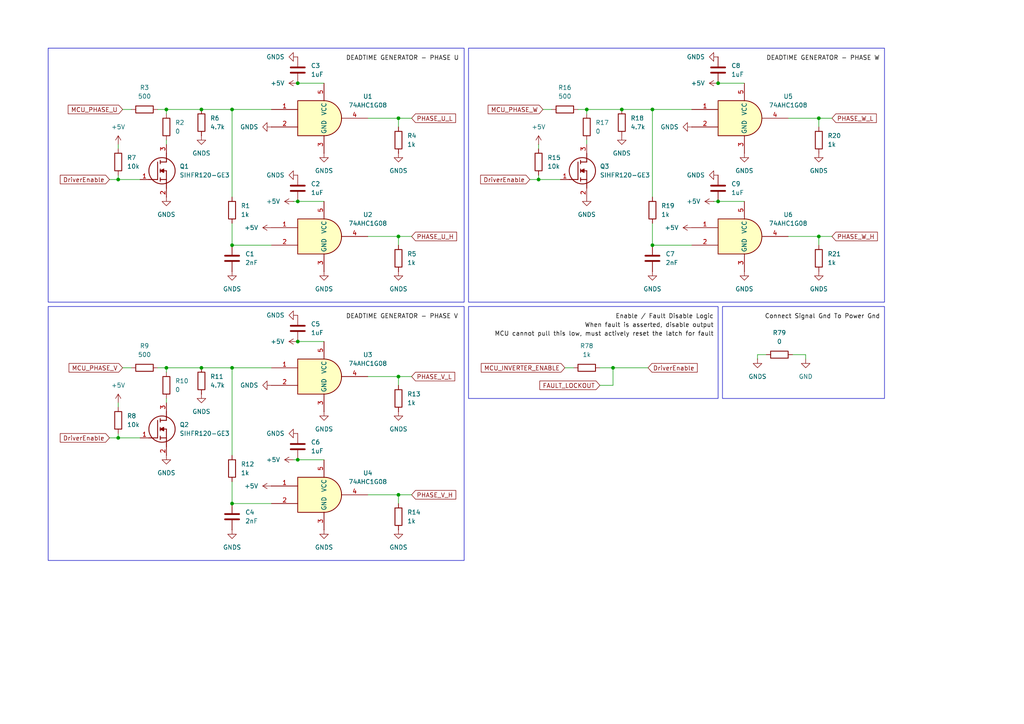
<source format=kicad_sch>
(kicad_sch (version 20231120) (generator "eeschema") (generator_version "8.0")
  (paper "A4")
  (title_block (title "1200V, 600A Traction Inverter") (date "2025-02-06") (rev "1") (company "University of California, Santa Cruz"))
  (lib_symbols
    (symbol "74xGxx:74AHC1G08"
      (property "Reference" "U" (at -2.54 3.81 0))
      (property "Value" "74AHC1G08" (at 0 -3.81 0))
      (symbol "74AHC1G08_0_1"
        (arc (start 0 -5.08) (mid 5.0579 0) (end 0 5.08) (stroke (width 0.254)) (fill (type background)))
        (polyline (pts (xy 0 -5.08) (xy -7.62 -5.08) (xy -7.62 5.08) (xy 0 5.08)) (stroke (width 0.254)) (fill (type background)))
      )
      (symbol "74AHC1G08_1_1"
        (pin input line (at -15.24 2.54 0) (length 7.62) (name "~") (number "1"))
        (pin input line (at -15.24 -2.54 0) (length 7.62) (name "~") (number "2"))
        (pin power_in line (at 0 -10.16 90) (length 5.08) (name "GND") (number "3"))
        (pin output line (at 12.7 0 180) (length 7.62) (name "~") (number "4"))
        (pin power_in line (at 0 10.16 270) (length 5.08) (name "VCC") (number "5"))
      )
    )
    (symbol "Device:C" (pin_numbers hide) (pin_names (offset 0.254))
      (property "Reference" "C" (at 0.635 2.54 0))
      (property "Value" "C" (at 0.635 -2.54 0))
      (symbol "C_0_1"
        (polyline (pts (xy -2.032 -0.762) (xy 2.032 -0.762)) (stroke (width 0.508)))
        (polyline (pts (xy -2.032 0.762) (xy 2.032 0.762)) (stroke (width 0.508)))
      )
      (symbol "C_1_1"
        (pin passive line (at 0 3.81 270) (length 2.794) (name "~") (number "1"))
        (pin passive line (at 0 -3.81 90) (length 2.794) (name "~") (number "2"))
      )
    )
    (symbol "Device:R" (pin_numbers hide) (pin_names (offset 0))
      (property "Reference" "R" (at 2.032 0 90))
      (property "Value" "R" (at 0 0 90))
      (symbol "R_0_1"
        (rectangle (start -1.016 -2.54) (end 1.016 2.54) (stroke (width 0.254)))
      )
      (symbol "R_1_1"
        (pin passive line (at 0 3.81 270) (length 1.27) (name "~") (number "1"))
        (pin passive line (at 0 -3.81 90) (length 1.27) (name "~") (number "2"))
      )
    )
    (symbol "InverterCom:SIHFR120-GE3" (pin_names hide)
      (property "Reference" "Q" (at 11.43 3.81 0))
      (property "Value" "SIHFR120-GE3" (at 11.43 1.27 0))
      (symbol "SIHFR120-GE3_1_1"
        (polyline (pts (xy 2.54 0) (xy 5.08 0)) (stroke (width 0.254)))
        (polyline (pts (xy 5.08 5.08) (xy 5.08 0)) (stroke (width 0.254)))
        (polyline (pts (xy 5.842 -0.508) (xy 5.842 0.508)) (stroke (width 0.254)))
        (polyline (pts (xy 5.842 0) (xy 7.62 0)) (stroke (width 0.254)))
        (polyline (pts (xy 5.842 2.032) (xy 5.842 3.048)) (stroke (width 0.254)))
        (polyline (pts (xy 5.842 5.588) (xy 5.842 4.572)) (stroke (width 0.254)))
        (polyline (pts (xy 7.62 2.54) (xy 5.842 2.54)) (stroke (width 0.254)))
        (polyline (pts (xy 7.62 2.54) (xy 7.62 -2.54)) (stroke (width 0.254)))
        (polyline (pts (xy 7.62 5.08) (xy 5.842 5.08)) (stroke (width 0.254)))
        (polyline (pts (xy 7.62 5.08) (xy 7.62 7.62)) (stroke (width 0.254)))
        (polyline (pts (xy 5.842 2.54) (xy 6.858 3.048) (xy 6.858 2.032) (xy 5.842 2.54)) (stroke (width 0.254)) (fill (type outline)))
        (circle (center 6.35 2.54) (radius 3.81) (stroke (width 0.254)))
        (pin passive line (at 0 0 0) (length 2.54) (name "G") (number "1"))
        (pin passive line (at 7.62 -5.08 90) (length 2.54) (name "S") (number "2"))
        (pin passive line (at 7.62 10.16 270) (length 2.54) (name "D") (number "3"))
      )
    )
    (symbol "power:+5V" (power) (pin_numbers hide) (pin_names (offset 0) hide)
      (property "Value" "+5V" (at 0 3.556 0))
      (symbol "+5V_0_1"
        (polyline (pts (xy -0.762 1.27) (xy 0 2.54)))
        (polyline (pts (xy 0 0) (xy 0 2.54)))
        (polyline (pts (xy 0 2.54) (xy 0.762 1.27)))
      )
      (symbol "+5V_1_1"
        (pin power_in line (at 0 0 90) (length 0) (name "~") (number "1"))
      )
    )
    (symbol "power:GND" (power) (pin_numbers hide) (pin_names (offset 0) hide)
      (property "Value" "GND" (at 0 -3.81 0))
      (symbol "GND_0_1"
        (polyline (pts (xy 0 0) (xy 0 -1.27) (xy 1.27 -1.27) (xy 0 -2.54) (xy -1.27 -1.27) (xy 0 -1.27)))
      )
      (symbol "GND_1_1"
        (pin power_in line (at 0 0 270) (length 0) (name "~") (number "1"))
      )
    )
    (symbol "power:GNDS" (power) (pin_numbers hide) (pin_names (offset 0) hide)
      (property "Value" "GNDS" (at 0 -3.81 0))
      (symbol "GNDS_0_1"
        (polyline (pts (xy 0 0) (xy 0 -1.27) (xy 1.27 -1.27) (xy 0 -2.54) (xy -1.27 -1.27) (xy 0 -1.27)))
      )
      (symbol "GNDS_1_1"
        (pin power_in line (at 0 0 270) (length 0) (name "~") (number "1"))
      )
    )
  )
  (junction (at 58.42 106.68))
  (junction (at 67.31 146.05))
  (junction (at 67.31 31.75))
  (junction (at 34.29 52.07))
  (junction (at 189.23 31.75))
  (junction (at 67.31 71.12))
  (junction (at 86.36 24.13))
  (junction (at 86.36 133.35))
  (junction (at 86.36 99.06))
  (junction (at 208.28 58.42))
  (junction (at 48.26 106.68))
  (junction (at 34.29 127))
  (junction (at 115.57 109.22))
  (junction (at 58.42 31.75))
  (junction (at 115.57 34.29))
  (junction (at 156.21 52.07))
  (junction (at 208.28 24.13))
  (junction (at 67.31 106.68))
  (junction (at 115.57 143.51))
  (junction (at 189.23 71.12))
  (junction (at 237.49 68.58))
  (junction (at 237.49 34.29))
  (junction (at 180.34 31.75))
  (junction (at 177.8 106.68))
  (junction (at 115.57 68.58))
  (junction (at 48.26 31.75))
  (junction (at 170.18 31.75))
  (junction (at 86.36 58.42))
  (wire (pts (xy 67.31 106.68) (xy 78.74 106.68)))
  (wire (pts (xy 115.57 111.76) (xy 115.57 109.22)))
  (wire (pts (xy 157.48 31.75) (xy 160.02 31.75)))
  (wire (pts (xy 237.49 34.29) (xy 228.6 34.29)))
  (wire (pts (xy 85.09 133.35) (xy 86.36 133.35)))
  (wire (pts (xy 86.36 58.42) (xy 93.98 58.42)))
  (wire (pts (xy 45.72 31.75) (xy 48.26 31.75)))
  (wire (pts (xy 170.18 40.64) (xy 170.18 41.91)))
  (wire (pts (xy 115.57 68.58) (xy 106.68 68.58)))
  (wire (pts (xy 115.57 68.58) (xy 119.38 68.58)))
  (wire (pts (xy 115.57 71.12) (xy 115.57 68.58)))
  (wire (pts (xy 189.23 64.77) (xy 189.23 71.12)))
  (wire (pts (xy 115.57 143.51) (xy 119.38 143.51)))
  (wire (pts (xy 34.29 127) (xy 40.64 127)))
  (wire (pts (xy 115.57 34.29) (xy 119.38 34.29)))
  (wire (pts (xy 85.09 58.42) (xy 86.36 58.42)))
  (wire (pts (xy 237.49 71.12) (xy 237.49 68.58)))
  (wire (pts (xy 48.26 33.02) (xy 48.26 31.75)))
  (wire (pts (xy 170.18 33.02) (xy 170.18 31.75)))
  (wire (pts (xy 31.75 127) (xy 34.29 127)))
  (wire (pts (xy 67.31 64.77) (xy 67.31 71.12)))
  (wire (pts (xy 156.21 52.07) (xy 162.56 52.07)))
  (wire (pts (xy 156.21 41.91) (xy 156.21 43.18)))
  (wire (pts (xy 67.31 132.08) (xy 67.31 106.68)))
  (wire (pts (xy 67.31 71.12) (xy 78.74 71.12)))
  (wire (pts (xy 35.56 31.75) (xy 38.1 31.75)))
  (wire (pts (xy 219.71 104.14) (xy 219.71 102.87)))
  (wire (pts (xy 153.67 52.07) (xy 156.21 52.07)))
  (wire (pts (xy 58.42 106.68) (xy 48.26 106.68)))
  (wire (pts (xy 167.64 31.75) (xy 170.18 31.75)))
  (wire (pts (xy 48.26 40.64) (xy 48.26 41.91)))
  (wire (pts (xy 48.26 107.95) (xy 48.26 106.68)))
  (wire (pts (xy 173.99 111.76) (xy 177.8 111.76)))
  (wire (pts (xy 48.26 115.57) (xy 48.26 116.84)))
  (wire (pts (xy 34.29 50.8) (xy 34.29 52.07)))
  (wire (pts (xy 180.34 31.75) (xy 189.23 31.75)))
  (wire (pts (xy 34.29 52.07) (xy 40.64 52.07)))
  (wire (pts (xy 177.8 111.76) (xy 177.8 106.68)))
  (wire (pts (xy 189.23 71.12) (xy 200.66 71.12)))
  (wire (pts (xy 45.72 106.68) (xy 48.26 106.68)))
  (wire (pts (xy 208.28 24.13) (xy 215.9 24.13)))
  (wire (pts (xy 189.23 57.15) (xy 189.23 31.75)))
  (wire (pts (xy 35.56 106.68) (xy 38.1 106.68)))
  (wire (pts (xy 34.29 125.73) (xy 34.29 127)))
  (wire (pts (xy 229.87 102.87) (xy 233.68 102.87)))
  (wire (pts (xy 67.31 31.75) (xy 78.74 31.75)))
  (wire (pts (xy 86.36 99.06) (xy 93.98 99.06)))
  (wire (pts (xy 208.28 58.42) (xy 215.9 58.42)))
  (wire (pts (xy 237.49 68.58) (xy 228.6 68.58)))
  (wire (pts (xy 115.57 36.83) (xy 115.57 34.29)))
  (wire (pts (xy 67.31 57.15) (xy 67.31 31.75)))
  (wire (pts (xy 115.57 143.51) (xy 106.68 143.51)))
  (wire (pts (xy 180.34 31.75) (xy 170.18 31.75)))
  (wire (pts (xy 34.29 41.91) (xy 34.29 43.18)))
  (wire (pts (xy 67.31 146.05) (xy 78.74 146.05)))
  (wire (pts (xy 237.49 36.83) (xy 237.49 34.29)))
  (wire (pts (xy 115.57 109.22) (xy 119.38 109.22)))
  (wire (pts (xy 237.49 34.29) (xy 241.3 34.29)))
  (wire (pts (xy 177.8 106.68) (xy 173.99 106.68)))
  (wire (pts (xy 115.57 146.05) (xy 115.57 143.51)))
  (wire (pts (xy 115.57 109.22) (xy 106.68 109.22)))
  (wire (pts (xy 233.68 102.87) (xy 233.68 104.14)))
  (wire (pts (xy 86.36 24.13) (xy 93.98 24.13)))
  (wire (pts (xy 58.42 31.75) (xy 48.26 31.75)))
  (wire (pts (xy 31.75 52.07) (xy 34.29 52.07)))
  (wire (pts (xy 163.83 106.68) (xy 166.37 106.68)))
  (wire (pts (xy 189.23 31.75) (xy 200.66 31.75)))
  (wire (pts (xy 34.29 116.84) (xy 34.29 118.11)))
  (wire (pts (xy 156.21 50.8) (xy 156.21 52.07)))
  (wire (pts (xy 58.42 106.68) (xy 67.31 106.68)))
  (wire (pts (xy 207.01 58.42) (xy 208.28 58.42)))
  (wire (pts (xy 115.57 34.29) (xy 106.68 34.29)))
  (wire (pts (xy 177.8 106.68) (xy 187.96 106.68)))
  (wire (pts (xy 58.42 31.75) (xy 67.31 31.75)))
  (wire (pts (xy 67.31 139.7) (xy 67.31 146.05)))
  (wire (pts (xy 237.49 68.58) (xy 241.3 68.58)))
  (wire (pts (xy 86.36 133.35) (xy 93.98 133.35)))
  (wire (pts (xy 219.71 102.87) (xy 222.25 102.87)))
  (rectangle (start 135.89 88.9) (end 208.28 115.57))
  (rectangle (start 135.89 13.97) (end 256.54 87.63))
  (rectangle (start 13.97 88.9) (end 134.62 162.56))
  (rectangle (start 13.97 13.97) (end 134.62 87.63))
  (rectangle (start 209.55 88.9) (end 256.54 115.57))
  (label "MCU cannot pull this low, must actively reset the latch for fault" (at 207.01 97.79 180))
  (label "Connect Signal Gnd To Power Gnd" (at 255.27 92.71 180))
  (label "DEADTIME GENERATOR - PHASE U" (at 100.33 17.78 0))
  (label "Enable {slash} Fault Disable Logic" (at 207.01 92.71 180))
  (label "When fault is asserted, disable output" (at 207.01 95.25 180))
  (label "DEADTIME GENERATOR - PHASE V" (at 100.33 92.71 0))
  (label "DEADTIME GENERATOR - PHASE W" (at 222.25 17.78 0))
  (global_label "PHASE_U_L" (shape input) (at 119.38 34.29 0) (property "Intersheetrefs" "${INTERSHEET_REFS}" (effects (hide yes))))
  (global_label "PHASE_V_L" (shape input) (at 119.38 109.22 0) (property "Intersheetrefs" "${INTERSHEET_REFS}" (effects (hide yes))))
  (global_label "PHASE_V_H" (shape input) (at 119.38 143.51 0) (property "Intersheetrefs" "${INTERSHEET_REFS}" (effects (hide yes))))
  (global_label "DriverEnable" (shape input) (at 153.67 52.07 180) (property "Intersheetrefs" "${INTERSHEET_REFS}" (effects (hide yes))))
  (global_label "PHASE_W_H" (shape input) (at 241.3 68.58 0) (property "Intersheetrefs" "${INTERSHEET_REFS}" (effects (hide yes))))
  (global_label "PHASE_W_L" (shape input) (at 241.3 34.29 0) (property "Intersheetrefs" "${INTERSHEET_REFS}" (effects (hide yes))))
  (global_label "MCU_PHASE_V" (shape input) (at 35.56 106.68 180) (property "Intersheetrefs" "${INTERSHEET_REFS}" (effects (hide yes))))
  (global_label "FAULT_LOCKOUT" (shape input) (at 173.99 111.76 180) (property "Intersheetrefs" "${INTERSHEET_REFS}" (effects (hide yes))))
  (global_label "PHASE_U_H" (shape input) (at 119.38 68.58 0) (property "Intersheetrefs" "${INTERSHEET_REFS}" (effects (hide yes))))
  (global_label "MCU_PHASE_W" (shape input) (at 157.48 31.75 180) (property "Intersheetrefs" "${INTERSHEET_REFS}" (effects (hide yes))))
  (global_label "DriverEnable" (shape input) (at 31.75 52.07 180) (property "Intersheetrefs" "${INTERSHEET_REFS}" (effects (hide yes))))
  (global_label "DriverEnable" (shape input) (at 31.75 127 180) (property "Intersheetrefs" "${INTERSHEET_REFS}" (effects (hide yes))))
  (global_label "MCU_PHASE_U" (shape input) (at 35.56 31.75 180) (property "Intersheetrefs" "${INTERSHEET_REFS}" (effects (hide yes))))
  (global_label "DriverEnable" (shape input) (at 187.96 106.68 0) (property "Intersheetrefs" "${INTERSHEET_REFS}" (effects (hide yes))))
  (global_label "MCU_INVERTER_ENABLE" (shape input) (at 163.83 106.68 180) (property "Intersheetrefs" "${INTERSHEET_REFS}" (effects (hide yes))))
  (symbol (lib_id "power:GNDS") (at 78.74 36.83 270) (unit 1)
    (property "Reference" "#PWR06" (effects (hide yes)))
    (property "Value" "GNDS" (at 74.93 36.8299 90) (effects (justify right)))
    (property "Description" "Power symbol creates a global label with name \"GNDS\" , signal ground" (effects (hide yes)))
  )
  (symbol (lib_id "74xGxx:74AHC1G08") (at 93.98 68.58 0) (unit 1)
    (property "Reference" "U2" (at 106.68 62.2614 0))
    (property "Value" "74AHC1G08" (at 106.68 64.8014 0))
    (property "Datasheet" "http://www.ti.com/lit/sg/scyt129e/scyt129e.pdf" (effects (hide yes)))
    (property "Description" "Single AND Gate, Low-Voltage CMOS" (effects (hide yes)))
  )
  (symbol (lib_id "Device:R") (at 67.31 60.96 0) (unit 1)
    (property "Reference" "R1" (at 69.85 59.6899 0) (effects (justify left)))
    (property "Value" "1k" (at 69.85 62.2299 0) (effects (justify left)))
    (property "Footprint" "1210" (effects (hide yes)))
    (property "Description" "Resistor" (effects (hide yes)))
  )
  (symbol (lib_id "InverterCom:SIHFR120-GE3") (at 40.64 127 0) (unit 1)
    (property "Reference" "Q2" (at 52.07 123.1899 0) (effects (justify left)))
    (property "Value" "SIHFR120-GE3" (at 52.07 125.7299 0) (effects (justify left)))
    (property "Footprint" "SIHFR120GE3" (effects (hide yes)))
    (property "Datasheet" "https://www.mouser.in/datasheet/2/427/91266-1768752.pdf" (effects (hide yes)))
    (property "Description" "MOSFET 100V N-CH" (effects (hide yes)))
    (property "Height" "2.38" (effects (hide yes)))
    (property "Mouser Part Number" "78-SIHFR120-GE3" (effects (hide yes)))
    (property "Mouser Price/Stock" "https://www.mouser.co.uk/ProductDetail/Vishay-Siliconix/SIHFR120-GE3?qs=FfLXECYddQTykmVhSg2%2FTQ%3D%3D" (effects (hide yes)))
    (property "Manufacturer_Name" "Vishay" (effects (hide yes)))
    (property "Manufacturer_Part_Number" "SIHFR120-GE3" (effects (hide yes)))
  )
  (symbol (lib_id "74xGxx:74AHC1G08") (at 215.9 68.58 0) (unit 1)
    (property "Reference" "U6" (at 228.6 62.2614 0))
    (property "Value" "74AHC1G08" (at 228.6 64.8014 0))
    (property "Datasheet" "http://www.ti.com/lit/sg/scyt129e/scyt129e.pdf" (effects (hide yes)))
    (property "Description" "Single AND Gate, Low-Voltage CMOS" (effects (hide yes)))
  )
  (symbol (lib_id "power:GNDS") (at 170.18 57.15 0) (unit 1)
    (property "Reference" "#PWR030" (effects (hide yes)))
    (property "Value" "GNDS" (at 170.18 62.23 0))
    (property "Description" "Power symbol creates a global label with name \"GNDS\" , signal ground" (effects (hide yes)))
  )
  (symbol (lib_id "power:+5V") (at 208.28 24.13 90) (unit 1)
    (property "Reference" "#PWR037" (effects (hide yes)))
    (property "Value" "+5V" (at 204.47 24.1299 90) (effects (justify left)))
    (property "Description" "Power symbol creates a global label with name \"+5V\"" (effects (hide yes)))
  )
  (symbol (lib_id "power:GNDS") (at 93.98 119.38 0) (unit 1)
    (property "Reference" "#PWR025" (effects (hide yes)))
    (property "Value" "GNDS" (at 93.98 124.46 0))
    (property "Description" "Power symbol creates a global label with name \"GNDS\" , signal ground" (effects (hide yes)))
  )
  (symbol (lib_id "power:GNDS") (at 48.26 132.08 0) (unit 1)
    (property "Reference" "#PWR016" (effects (hide yes)))
    (property "Value" "GNDS" (at 48.26 137.16 0))
    (property "Description" "Power symbol creates a global label with name \"GNDS\" , signal ground" (effects (hide yes)))
  )
  (symbol (lib_id "power:GNDS") (at 208.28 50.8 270) (unit 1)
    (property "Reference" "#PWR038" (effects (hide yes)))
    (property "Value" "GNDS" (at 204.47 50.7999 90) (effects (justify right)))
    (property "Description" "Power symbol creates a global label with name \"GNDS\" , signal ground" (effects (hide yes)))
  )
  (symbol (lib_id "Device:R") (at 226.06 102.87 270) (unit 1)
    (property "Reference" "R79" (at 226.06 96.52 90))
    (property "Value" "0" (at 226.06 99.06 90))
    (property "Footprint" "1210" (effects (hide yes)))
    (property "Description" "Resistor" (effects (hide yes)))
  )
  (symbol (lib_id "power:GNDS") (at 86.36 50.8 270) (unit 1)
    (property "Reference" "#PWR014" (effects (hide yes)))
    (property "Value" "GNDS" (at 82.55 50.7999 90) (effects (justify right)))
    (property "Description" "Power symbol creates a global label with name \"GNDS\" , signal ground" (effects (hide yes)))
  )
  (symbol (lib_id "power:GNDS") (at 93.98 78.74 0) (unit 1)
    (property "Reference" "#PWR04" (effects (hide yes)))
    (property "Value" "GNDS" (at 93.98 83.82 0))
    (property "Description" "Power symbol creates a global label with name \"GNDS\" , signal ground" (effects (hide yes)))
  )
  (symbol (lib_id "Device:C") (at 86.36 95.25 0) (unit 1)
    (property "Reference" "C5" (at 90.17 93.9799 0) (effects (justify left)))
    (property "Value" "1uF" (at 90.17 96.5199 0) (effects (justify left)))
    (property "Description" "Unpolarized capacitor" (effects (hide yes)))
  )
  (symbol (lib_id "Device:C") (at 208.28 54.61 0) (unit 1)
    (property "Reference" "C9" (at 212.09 53.3399 0) (effects (justify left)))
    (property "Value" "1uF" (at 212.09 55.8799 0) (effects (justify left)))
    (property "Description" "Unpolarized capacitor" (effects (hide yes)))
  )
  (symbol (lib_id "power:+5V") (at 200.66 66.04 90) (unit 1)
    (property "Reference" "#PWR034" (effects (hide yes)))
    (property "Value" "+5V" (at 196.85 66.0399 90) (effects (justify left)))
    (property "Description" "Power symbol creates a global label with name \"+5V\"" (effects (hide yes)))
  )
  (symbol (lib_id "Device:R") (at 237.49 40.64 180) (unit 1)
    (property "Reference" "R20" (at 240.03 39.3699 0) (effects (justify right)))
    (property "Value" "1k" (at 240.03 41.9099 0) (effects (justify right)))
    (property "Footprint" "1210" (effects (hide yes)))
    (property "Description" "Resistor" (effects (hide yes)))
  )
  (symbol (lib_id "power:+5V") (at 85.09 133.35 90) (unit 1)
    (property "Reference" "#PWR021" (effects (hide yes)))
    (property "Value" "+5V" (at 81.28 133.3499 90) (effects (justify left)))
    (property "Description" "Power symbol creates a global label with name \"+5V\"" (effects (hide yes)))
  )
  (symbol (lib_id "InverterCom:SIHFR120-GE3") (at 162.56 52.07 0) (unit 1)
    (property "Reference" "Q3" (at 173.99 48.2599 0) (effects (justify left)))
    (property "Value" "SIHFR120-GE3" (at 173.99 50.7999 0) (effects (justify left)))
    (property "Footprint" "SIHFR120GE3" (effects (hide yes)))
    (property "Datasheet" "https://www.mouser.in/datasheet/2/427/91266-1768752.pdf" (effects (hide yes)))
    (property "Description" "MOSFET 100V N-CH" (effects (hide yes)))
    (property "Height" "2.38" (effects (hide yes)))
    (property "Mouser Part Number" "78-SIHFR120-GE3" (effects (hide yes)))
    (property "Mouser Price/Stock" "https://www.mouser.co.uk/ProductDetail/Vishay-Siliconix/SIHFR120-GE3?qs=FfLXECYddQTykmVhSg2%2FTQ%3D%3D" (effects (hide yes)))
    (property "Manufacturer_Name" "Vishay" (effects (hide yes)))
    (property "Manufacturer_Part_Number" "SIHFR120-GE3" (effects (hide yes)))
  )
  (symbol (lib_id "power:GNDS") (at 115.57 44.45 0) (unit 1)
    (property "Reference" "#PWR010" (effects (hide yes)))
    (property "Value" "GNDS" (at 115.57 49.53 0))
    (property "Description" "Power symbol creates a global label with name \"GNDS\" , signal ground" (effects (hide yes)))
  )
  (symbol (lib_id "power:GNDS") (at 86.36 125.73 270) (unit 1)
    (property "Reference" "#PWR024" (effects (hide yes)))
    (property "Value" "GNDS" (at 82.55 125.7299 90) (effects (justify right)))
    (property "Description" "Power symbol creates a global label with name \"GNDS\" , signal ground" (effects (hide yes)))
  )
  (symbol (lib_id "power:GNDS") (at 219.71 104.14 0) (unit 1)
    (property "Reference" "#PWR0159" (effects (hide yes)))
    (property "Value" "GNDS" (at 219.71 109.22 0))
    (property "Description" "Power symbol creates a global label with name \"GNDS\" , signal ground" (effects (hide yes)))
  )
  (symbol (lib_id "power:+5V") (at 34.29 116.84 0) (unit 1)
    (property "Reference" "#PWR015" (effects (hide yes)))
    (property "Value" "+5V" (at 34.29 111.76 0))
    (property "Description" "Power symbol creates a global label with name \"+5V\"" (effects (hide yes)))
  )
  (symbol (lib_id "Device:C") (at 208.28 20.32 0) (unit 1)
    (property "Reference" "C8" (at 212.09 19.0499 0) (effects (justify left)))
    (property "Value" "1uF" (at 212.09 21.5899 0) (effects (justify left)))
    (property "Description" "Unpolarized capacitor" (effects (hide yes)))
  )
  (symbol (lib_id "Device:C") (at 86.36 20.32 0) (unit 1)
    (property "Reference" "C3" (at 90.17 19.0499 0) (effects (justify left)))
    (property "Value" "1uF" (at 90.17 21.5899 0) (effects (justify left)))
    (property "Description" "Unpolarized capacitor" (effects (hide yes)))
  )
  (symbol (lib_id "power:GNDS") (at 67.31 153.67 0) (unit 1)
    (property "Reference" "#PWR018" (effects (hide yes)))
    (property "Value" "GNDS" (at 67.31 158.75 0))
    (property "Description" "Power symbol creates a global label with name \"GNDS\" , signal ground" (effects (hide yes)))
  )
  (symbol (lib_id "Device:R") (at 58.42 110.49 180) (unit 1)
    (property "Reference" "R11" (at 60.96 109.2199 0) (effects (justify right)))
    (property "Value" "4.7k" (at 60.96 111.7599 0) (effects (justify right)))
    (property "Footprint" "1210" (effects (hide yes)))
    (property "Description" "Resistor" (effects (hide yes)))
  )
  (symbol (lib_id "Device:R") (at 115.57 149.86 180) (unit 1)
    (property "Reference" "R14" (at 118.11 148.5899 0) (effects (justify right)))
    (property "Value" "1k" (at 118.11 151.1299 0) (effects (justify right)))
    (property "Footprint" "1210" (effects (hide yes)))
    (property "Description" "Resistor" (effects (hide yes)))
  )
  (symbol (lib_id "power:GNDS") (at 180.34 39.37 0) (unit 1)
    (property "Reference" "#PWR031" (effects (hide yes)))
    (property "Value" "GNDS" (at 180.34 44.45 0))
    (property "Description" "Power symbol creates a global label with name \"GNDS\" , signal ground" (effects (hide yes)))
  )
  (symbol (lib_id "Device:R") (at 115.57 74.93 180) (unit 1)
    (property "Reference" "R5" (at 118.11 73.6599 0) (effects (justify right)))
    (property "Value" "1k" (at 118.11 76.1999 0) (effects (justify right)))
    (property "Footprint" "1210" (effects (hide yes)))
    (property "Description" "Resistor" (effects (hide yes)))
  )
  (symbol (lib_id "power:GNDS") (at 58.42 39.37 0) (unit 1)
    (property "Reference" "#PWR011" (effects (hide yes)))
    (property "Value" "GNDS" (at 58.42 44.45 0))
    (property "Description" "Power symbol creates a global label with name \"GNDS\" , signal ground" (effects (hide yes)))
  )
  (symbol (lib_id "power:+5V") (at 78.74 140.97 90) (unit 1)
    (property "Reference" "#PWR020" (effects (hide yes)))
    (property "Value" "+5V" (at 74.93 140.9699 90) (effects (justify left)))
    (property "Description" "Power symbol creates a global label with name \"+5V\"" (effects (hide yes)))
  )
  (symbol (lib_id "power:GNDS") (at 189.23 78.74 0) (unit 1)
    (property "Reference" "#PWR032" (effects (hide yes)))
    (property "Value" "GNDS" (at 189.23 83.82 0))
    (property "Description" "Power symbol creates a global label with name \"GNDS\" , signal ground" (effects (hide yes)))
  )
  (symbol (lib_id "power:+5V") (at 34.29 41.91 0) (unit 1)
    (property "Reference" "#PWR012" (effects (hide yes)))
    (property "Value" "+5V" (at 34.29 36.83 0))
    (property "Description" "Power symbol creates a global label with name \"+5V\"" (effects (hide yes)))
  )
  (symbol (lib_id "74xGxx:74AHC1G08") (at 93.98 143.51 0) (unit 1)
    (property "Reference" "U4" (at 106.68 137.1914 0))
    (property "Value" "74AHC1G08" (at 106.68 139.7314 0))
    (property "Datasheet" "http://www.ti.com/lit/sg/scyt129e/scyt129e.pdf" (effects (hide yes)))
    (property "Description" "Single AND Gate, Low-Voltage CMOS" (effects (hide yes)))
  )
  (symbol (lib_id "Device:R") (at 163.83 31.75 270) (unit 1)
    (property "Reference" "R16" (at 163.83 25.4 90))
    (property "Value" "500" (at 163.83 27.94 90))
    (property "Footprint" "1210" (effects (hide yes)))
    (property "Description" "Resistor" (effects (hide yes)))
  )
  (symbol (lib_id "74xGxx:74AHC1G08") (at 215.9 34.29 0) (unit 1)
    (property "Reference" "U5" (at 228.6 27.9714 0))
    (property "Value" "74AHC1G08" (at 228.6 30.5114 0))
    (property "Datasheet" "http://www.ti.com/lit/sg/scyt129e/scyt129e.pdf" (effects (hide yes)))
    (property "Description" "Single AND Gate, Low-Voltage CMOS" (effects (hide yes)))
  )
  (symbol (lib_id "power:+5V") (at 86.36 99.06 90) (unit 1)
    (property "Reference" "#PWR023" (effects (hide yes)))
    (property "Value" "+5V" (at 82.55 99.0599 90) (effects (justify left)))
    (property "Description" "Power symbol creates a global label with name \"+5V\"" (effects (hide yes)))
  )
  (symbol (lib_id "power:+5V") (at 207.01 58.42 90) (unit 1)
    (property "Reference" "#PWR035" (effects (hide yes)))
    (property "Value" "+5V" (at 203.2 58.4199 90) (effects (justify left)))
    (property "Description" "Power symbol creates a global label with name \"+5V\"" (effects (hide yes)))
  )
  (symbol (lib_id "Device:R") (at 156.21 46.99 180) (unit 1)
    (property "Reference" "R15" (at 158.75 45.7199 0) (effects (justify right)))
    (property "Value" "10k" (at 158.75 48.2599 0) (effects (justify right)))
    (property "Footprint" "1210" (effects (hide yes)))
    (property "Description" "Resistor" (effects (hide yes)))
  )
  (symbol (lib_id "74xGxx:74AHC1G08") (at 93.98 109.22 0) (unit 1)
    (property "Reference" "U3" (at 106.68 102.9014 0))
    (property "Value" "74AHC1G08" (at 106.68 105.4414 0))
    (property "Datasheet" "http://www.ti.com/lit/sg/scyt129e/scyt129e.pdf" (effects (hide yes)))
    (property "Description" "Single AND Gate, Low-Voltage CMOS" (effects (hide yes)))
  )
  (symbol (lib_id "Device:R") (at 180.34 35.56 180) (unit 1)
    (property "Reference" "R18" (at 182.88 34.2899 0) (effects (justify right)))
    (property "Value" "4.7k" (at 182.88 36.8299 0) (effects (justify right)))
    (property "Footprint" "1210" (effects (hide yes)))
    (property "Description" "Resistor" (effects (hide yes)))
  )
  (symbol (lib_id "power:+5V") (at 86.36 24.13 90) (unit 1)
    (property "Reference" "#PWR01" (effects (hide yes)))
    (property "Value" "+5V" (at 82.55 24.1299 90) (effects (justify left)))
    (property "Description" "Power symbol creates a global label with name \"+5V\"" (effects (hide yes)))
  )
  (symbol (lib_id "Device:R") (at 115.57 115.57 180) (unit 1)
    (property "Reference" "R13" (at 118.11 114.2999 0) (effects (justify right)))
    (property "Value" "1k" (at 118.11 116.8399 0) (effects (justify right)))
    (property "Footprint" "1210" (effects (hide yes)))
    (property "Description" "Resistor" (effects (hide yes)))
  )
  (symbol (lib_id "power:GNDS") (at 58.42 114.3 0) (unit 1)
    (property "Reference" "#PWR017" (effects (hide yes)))
    (property "Value" "GNDS" (at 58.42 119.38 0))
    (property "Description" "Power symbol creates a global label with name \"GNDS\" , signal ground" (effects (hide yes)))
  )
  (symbol (lib_id "power:GNDS") (at 237.49 78.74 0) (unit 1)
    (property "Reference" "#PWR042" (effects (hide yes)))
    (property "Value" "GNDS" (at 237.49 83.82 0))
    (property "Description" "Power symbol creates a global label with name \"GNDS\" , signal ground" (effects (hide yes)))
  )
  (symbol (lib_id "Device:R") (at 34.29 46.99 180) (unit 1)
    (property "Reference" "R7" (at 36.83 45.7199 0) (effects (justify right)))
    (property "Value" "10k" (at 36.83 48.2599 0) (effects (justify right)))
    (property "Footprint" "1210" (effects (hide yes)))
    (property "Description" "Resistor" (effects (hide yes)))
  )
  (symbol (lib_id "power:GNDS") (at 78.74 111.76 270) (unit 1)
    (property "Reference" "#PWR019" (effects (hide yes)))
    (property "Value" "GNDS" (at 74.93 111.7599 90) (effects (justify right)))
    (property "Description" "Power symbol creates a global label with name \"GNDS\" , signal ground" (effects (hide yes)))
  )
  (symbol (lib_id "Device:R") (at 48.26 111.76 180) (unit 1)
    (property "Reference" "R10" (at 50.8 110.4899 0) (effects (justify right)))
    (property "Value" "0" (at 50.8 113.0299 0) (effects (justify right)))
    (property "Footprint" "1210" (effects (hide yes)))
    (property "Description" "Resistor" (effects (hide yes)))
  )
  (symbol (lib_id "power:GNDS") (at 237.49 44.45 0) (unit 1)
    (property "Reference" "#PWR041" (effects (hide yes)))
    (property "Value" "GNDS" (at 237.49 49.53 0))
    (property "Description" "Power symbol creates a global label with name \"GNDS\" , signal ground" (effects (hide yes)))
  )
  (symbol (lib_id "Device:C") (at 86.36 129.54 0) (unit 1)
    (property "Reference" "C6" (at 90.17 128.2699 0) (effects (justify left)))
    (property "Value" "1uF" (at 90.17 130.8099 0) (effects (justify left)))
    (property "Description" "Unpolarized capacitor" (effects (hide yes)))
  )
  (symbol (lib_id "Device:C") (at 67.31 74.93 0) (unit 1)
    (property "Reference" "C1" (at 71.12 73.6599 0) (effects (justify left)))
    (property "Value" "2nF" (at 71.12 76.1999 0) (effects (justify left)))
    (property "Description" "Unpolarized capacitor" (effects (hide yes)))
  )
  (symbol (lib_id "Device:R") (at 41.91 31.75 270) (unit 1)
    (property "Reference" "R3" (at 41.91 25.4 90))
    (property "Value" "500" (at 41.91 27.94 90))
    (property "Footprint" "1210" (effects (hide yes)))
    (property "Description" "Resistor" (effects (hide yes)))
  )
  (symbol (lib_id "power:GNDS") (at 93.98 153.67 0) (unit 1)
    (property "Reference" "#PWR026" (effects (hide yes)))
    (property "Value" "GNDS" (at 93.98 158.75 0))
    (property "Description" "Power symbol creates a global label with name \"GNDS\" , signal ground" (effects (hide yes)))
  )
  (symbol (lib_id "power:GNDS") (at 208.28 16.51 270) (unit 1)
    (property "Reference" "#PWR036" (effects (hide yes)))
    (property "Value" "GNDS" (at 204.47 16.5099 90) (effects (justify right)))
    (property "Description" "Power symbol creates a global label with name \"GNDS\" , signal ground" (effects (hide yes)))
  )
  (symbol (lib_id "power:GNDS") (at 86.36 91.44 270) (unit 1)
    (property "Reference" "#PWR022" (effects (hide yes)))
    (property "Value" "GNDS" (at 82.55 91.4399 90) (effects (justify right)))
    (property "Description" "Power symbol creates a global label with name \"GNDS\" , signal ground" (effects (hide yes)))
  )
  (symbol (lib_id "power:GNDS") (at 48.26 57.15 0) (unit 1)
    (property "Reference" "#PWR08" (effects (hide yes)))
    (property "Value" "GNDS" (at 48.26 62.23 0))
    (property "Description" "Power symbol creates a global label with name \"GNDS\" , signal ground" (effects (hide yes)))
  )
  (symbol (lib_id "power:GNDS") (at 115.57 119.38 0) (unit 1)
    (property "Reference" "#PWR027" (effects (hide yes)))
    (property "Value" "GNDS" (at 115.57 124.46 0))
    (property "Description" "Power symbol creates a global label with name \"GNDS\" , signal ground" (effects (hide yes)))
  )
  (symbol (lib_id "Device:R") (at 189.23 60.96 0) (unit 1)
    (property "Reference" "R19" (at 191.77 59.6899 0) (effects (justify left)))
    (property "Value" "1k" (at 191.77 62.2299 0) (effects (justify left)))
    (property "Footprint" "1210" (effects (hide yes)))
    (property "Description" "Resistor" (effects (hide yes)))
  )
  (symbol (lib_id "power:+5V") (at 78.74 66.04 90) (unit 1)
    (property "Reference" "#PWR05" (effects (hide yes)))
    (property "Value" "+5V" (at 74.93 66.0399 90) (effects (justify left)))
    (property "Description" "Power symbol creates a global label with name \"+5V\"" (effects (hide yes)))
  )
  (symbol (lib_id "power:GNDS") (at 215.9 44.45 0) (unit 1)
    (property "Reference" "#PWR039" (effects (hide yes)))
    (property "Value" "GNDS" (at 215.9 49.53 0))
    (property "Description" "Power symbol creates a global label with name \"GNDS\" , signal ground" (effects (hide yes)))
  )
  (symbol (lib_id "power:GNDS") (at 86.36 16.51 270) (unit 1)
    (property "Reference" "#PWR013" (effects (hide yes)))
    (property "Value" "GNDS" (at 82.55 16.5099 90) (effects (justify right)))
    (property "Description" "Power symbol creates a global label with name \"GNDS\" , signal ground" (effects (hide yes)))
  )
  (symbol (lib_id "Device:C") (at 86.36 54.61 0) (unit 1)
    (property "Reference" "C2" (at 90.17 53.3399 0) (effects (justify left)))
    (property "Value" "1uF" (at 90.17 55.8799 0) (effects (justify left)))
    (property "Description" "Unpolarized capacitor" (effects (hide yes)))
  )
  (symbol (lib_id "Device:R") (at 115.57 40.64 180) (unit 1)
    (property "Reference" "R4" (at 118.11 39.3699 0) (effects (justify right)))
    (property "Value" "1k" (at 118.11 41.9099 0) (effects (justify right)))
    (property "Footprint" "1210" (effects (hide yes)))
    (property "Description" "Resistor" (effects (hide yes)))
  )
  (symbol (lib_id "Device:R") (at 237.49 74.93 180) (unit 1)
    (property "Reference" "R21" (at 240.03 73.6599 0) (effects (justify right)))
    (property "Value" "1k" (at 240.03 76.1999 0) (effects (justify right)))
    (property "Footprint" "1210" (effects (hide yes)))
    (property "Description" "Resistor" (effects (hide yes)))
  )
  (symbol (lib_id "Device:C") (at 67.31 149.86 0) (unit 1)
    (property "Reference" "C4" (at 71.12 148.5899 0) (effects (justify left)))
    (property "Value" "2nF" (at 71.12 151.1299 0) (effects (justify left)))
    (property "Description" "Unpolarized capacitor" (effects (hide yes)))
  )
  (symbol (lib_id "power:GNDS") (at 93.98 44.45 0) (unit 1)
    (property "Reference" "#PWR02" (effects (hide yes)))
    (property "Value" "GNDS" (at 93.98 49.53 0))
    (property "Description" "Power symbol creates a global label with name \"GNDS\" , signal ground" (effects (hide yes)))
  )
  (symbol (lib_id "power:GNDS") (at 67.31 78.74 0) (unit 1)
    (property "Reference" "#PWR07" (effects (hide yes)))
    (property "Value" "GNDS" (at 67.31 83.82 0))
    (property "Description" "Power symbol creates a global label with name \"GNDS\" , signal ground" (effects (hide yes)))
  )
  (symbol (lib_id "InverterCom:SIHFR120-GE3") (at 40.64 52.07 0) (unit 1)
    (property "Reference" "Q1" (at 52.07 48.2599 0) (effects (justify left)))
    (property "Value" "SIHFR120-GE3" (at 52.07 50.7999 0) (effects (justify left)))
    (property "Footprint" "SIHFR120GE3" (effects (hide yes)))
    (property "Datasheet" "https://www.mouser.in/datasheet/2/427/91266-1768752.pdf" (effects (hide yes)))
    (property "Description" "MOSFET 100V N-CH" (effects (hide yes)))
    (property "Height" "2.38" (effects (hide yes)))
    (property "Mouser Part Number" "78-SIHFR120-GE3" (effects (hide yes)))
    (property "Mouser Price/Stock" "https://www.mouser.co.uk/ProductDetail/Vishay-Siliconix/SIHFR120-GE3?qs=FfLXECYddQTykmVhSg2%2FTQ%3D%3D" (effects (hide yes)))
    (property "Manufacturer_Name" "Vishay" (effects (hide yes)))
    (property "Manufacturer_Part_Number" "SIHFR120-GE3" (effects (hide yes)))
  )
  (symbol (lib_id "power:GNDS") (at 215.9 78.74 0) (unit 1)
    (property "Reference" "#PWR040" (effects (hide yes)))
    (property "Value" "GNDS" (at 215.9 83.82 0))
    (property "Description" "Power symbol creates a global label with name \"GNDS\" , signal ground" (effects (hide yes)))
  )
  (symbol (lib_id "power:GND") (at 233.68 104.14 0) (unit 1)
    (property "Reference" "#PWR0160" (effects (hide yes)))
    (property "Value" "GND" (at 233.68 109.22 0))
    (property "Description" "Power symbol creates a global label with name \"GND\" , ground" (effects (hide yes)))
  )
  (symbol (lib_id "power:GNDS") (at 115.57 153.67 0) (unit 1)
    (property "Reference" "#PWR028" (effects (hide yes)))
    (property "Value" "GNDS" (at 115.57 158.75 0))
    (property "Description" "Power symbol creates a global label with name \"GNDS\" , signal ground" (effects (hide yes)))
  )
  (symbol (lib_id "Device:C") (at 189.23 74.93 0) (unit 1)
    (property "Reference" "C7" (at 193.04 73.6599 0) (effects (justify left)))
    (property "Value" "2nF" (at 193.04 76.1999 0) (effects (justify left)))
    (property "Description" "Unpolarized capacitor" (effects (hide yes)))
  )
  (symbol (lib_id "Device:R") (at 58.42 35.56 180) (unit 1)
    (property "Reference" "R6" (at 60.96 34.2899 0) (effects (justify right)))
    (property "Value" "4.7k" (at 60.96 36.8299 0) (effects (justify right)))
    (property "Footprint" "1210" (effects (hide yes)))
    (property "Description" "Resistor" (effects (hide yes)))
  )
  (symbol (lib_id "74xGxx:74AHC1G08") (at 93.98 34.29 0) (unit 1)
    (property "Reference" "U1" (at 106.68 27.9714 0))
    (property "Value" "74AHC1G08" (at 106.68 30.5114 0))
    (property "Datasheet" "http://www.ti.com/lit/sg/scyt129e/scyt129e.pdf" (effects (hide yes)))
    (property "Description" "Single AND Gate, Low-Voltage CMOS" (effects (hide yes)))
  )
  (symbol (lib_id "Device:R") (at 170.18 36.83 180) (unit 1)
    (property "Reference" "R17" (at 172.72 35.5599 0) (effects (justify right)))
    (property "Value" "0" (at 172.72 38.0999 0) (effects (justify right)))
    (property "Footprint" "1210" (effects (hide yes)))
    (property "Description" "Resistor" (effects (hide yes)))
  )
  (symbol (lib_id "power:+5V") (at 156.21 41.91 0) (unit 1)
    (property "Reference" "#PWR029" (effects (hide yes)))
    (property "Value" "+5V" (at 156.21 36.83 0))
    (property "Description" "Power symbol creates a global label with name \"+5V\"" (effects (hide yes)))
  )
  (symbol (lib_id "Device:R") (at 41.91 106.68 270) (unit 1)
    (property "Reference" "R9" (at 41.91 100.33 90))
    (property "Value" "500" (at 41.91 102.87 90))
    (property "Footprint" "1210" (effects (hide yes)))
    (property "Description" "Resistor" (effects (hide yes)))
  )
  (symbol (lib_id "Device:R") (at 34.29 121.92 180) (unit 1)
    (property "Reference" "R8" (at 36.83 120.6499 0) (effects (justify right)))
    (property "Value" "10k" (at 36.83 123.1899 0) (effects (justify right)))
    (property "Footprint" "1210" (effects (hide yes)))
    (property "Description" "Resistor" (effects (hide yes)))
  )
  (symbol (lib_id "Device:R") (at 67.31 135.89 0) (unit 1)
    (property "Reference" "R12" (at 69.85 134.6199 0) (effects (justify left)))
    (property "Value" "1k" (at 69.85 137.1599 0) (effects (justify left)))
    (property "Footprint" "1210" (effects (hide yes)))
    (property "Description" "Resistor" (effects (hide yes)))
  )
  (symbol (lib_id "Device:R") (at 170.18 106.68 270) (unit 1)
    (property "Reference" "R78" (at 170.18 100.33 90))
    (property "Value" "1k" (at 170.18 102.87 90))
    (property "Footprint" "1210" (effects (hide yes)))
    (property "Description" "Resistor" (effects (hide yes)))
  )
  (symbol (lib_id "Device:R") (at 48.26 36.83 180) (unit 1)
    (property "Reference" "R2" (at 50.8 35.5599 0) (effects (justify right)))
    (property "Value" "0" (at 50.8 38.0999 0) (effects (justify right)))
    (property "Footprint" "1210" (effects (hide yes)))
    (property "Description" "Resistor" (effects (hide yes)))
  )
  (symbol (lib_id "power:GNDS") (at 200.66 36.83 270) (unit 1)
    (property "Reference" "#PWR033" (effects (hide yes)))
    (property "Value" "GNDS" (at 196.85 36.8299 90) (effects (justify right)))
    (property "Description" "Power symbol creates a global label with name \"GNDS\" , signal ground" (effects (hide yes)))
  )
  (symbol (lib_id "power:+5V") (at 85.09 58.42 90) (unit 1)
    (property "Reference" "#PWR03" (effects (hide yes)))
    (property "Value" "+5V" (at 81.28 58.4199 90) (effects (justify left)))
    (property "Description" "Power symbol creates a global label with name \"+5V\"" (effects (hide yes)))
  )
  (symbol (lib_id "power:GNDS") (at 115.57 78.74 0) (unit 1)
    (property "Reference" "#PWR09" (effects (hide yes)))
    (property "Value" "GNDS" (at 115.57 83.82 0))
    (property "Description" "Power symbol creates a global label with name \"GNDS\" , signal ground" (effects (hide yes)))
  )
)
</source>
